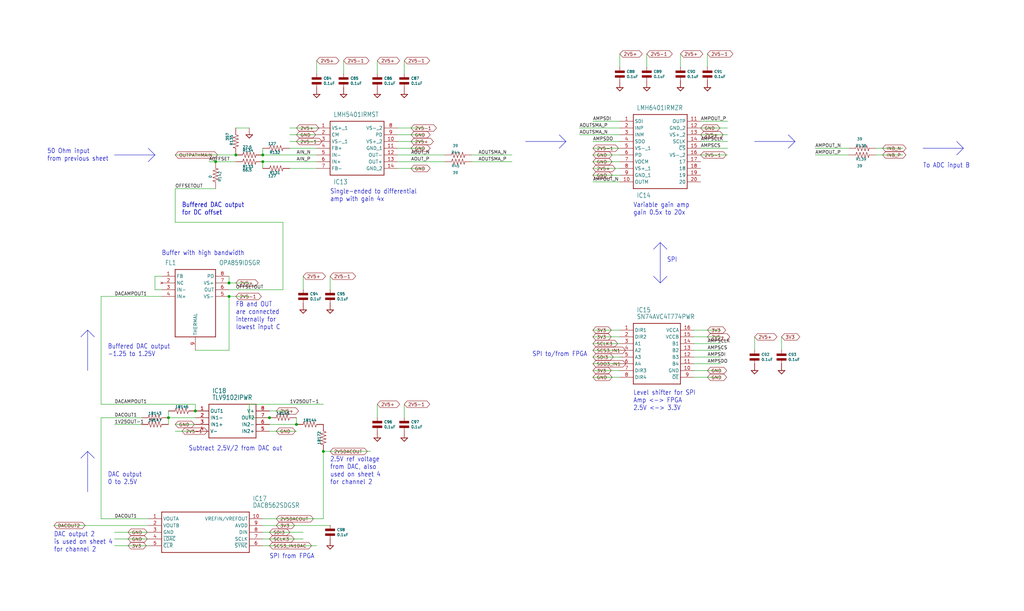
<source format=kicad_sch>
(kicad_sch (version 20250114) (generator "eeschema") (generator_version "9.0")
  (paper "User" 386.055 230.327)
  (lib_symbols
    (symbol "haasoscope_pro_adc_fpga_board-eagle-import:CAPACITOR_NP_0402"
      (property "Reference" "C" (at 2.54 1.524 0))
      (symbol "CAPACITOR_NP_0402_1_0"
        (rectangle (start -1.778 0.508) (end 1.778 1.27) (fill (type outline)))
        (rectangle (start -1.778 -1.27) (end 1.778 -0.508) (fill (type outline)))
        (polyline (pts (xy 0 2.54) (xy 0 1.016)) (stroke (width 0.1524)))
        (polyline (pts (xy 0 -2.54) (xy 0 -1.016)) (stroke (width 0.1524)))
        (pin passive line (at 0 2.54 270) (length 0) (name "P$1") (number "P$1"))
        (pin passive line (at 0 -2.54 90) (length 0) (name "P$2") (number "P$2"))
      )
    )
    (symbol "haasoscope_pro_adc_fpga_board-eagle-import:DAC8562SDGSR"
      (property "Reference" "IC" (at 39.37 7.62 0))
      (symbol "DAC8562SDGSR_1_0"
        (polyline (pts (xy 5.08 2.54) (xy 5.08 -12.7)) (stroke (width 0.254)))
        (polyline (pts (xy 5.08 2.54) (xy 38.1 2.54)) (stroke (width 0.254)))
        (polyline (pts (xy 38.1 -12.7) (xy 5.08 -12.7)) (stroke (width 0.254)))
        (polyline (pts (xy 38.1 -12.7) (xy 38.1 2.54)) (stroke (width 0.254)))
        (pin bidirectional line (at 0 0 0) (length 5.08) (name "VOUTA") (number "1"))
        (pin bidirectional line (at 0 -2.54 0) (length 5.08) (name "VOUTB") (number "2"))
        (pin bidirectional line (at 0 -5.08 0) (length 5.08) (name "GND") (number "3"))
        (pin bidirectional line (at 0 -7.62 0) (length 5.08) (name "~{LDAC}") (number "4"))
        (pin bidirectional line (at 0 -10.16 0) (length 5.08) (name "~{CLR}") (number "5"))
        (pin bidirectional line (at 43.18 0 180) (length 5.08) (name "VREFIN/VREFOUT") (number "10"))
        (pin bidirectional line (at 43.18 -2.54 180) (length 5.08) (name "AVDD") (number "9"))
        (pin bidirectional line (at 43.18 -5.08 180) (length 5.08) (name "DIN") (number "8"))
        (pin bidirectional line (at 43.18 -7.62 180) (length 5.08) (name "SCLK") (number "7"))
        (pin bidirectional line (at 43.18 -10.16 180) (length 5.08) (name "~{SYNC}") (number "6"))
      )
    )
    (symbol "haasoscope_pro_adc_fpga_board-eagle-import:LMH5401IRMST"
      (property "Reference" "IC" (at 26.67 7.62 0))
      (symbol "LMH5401IRMST_1_0"
        (polyline (pts (xy 5.08 2.54) (xy 5.08 -17.78)) (stroke (width 0.254)))
        (polyline (pts (xy 5.08 2.54) (xy 25.4 2.54)) (stroke (width 0.254)))
        (polyline (pts (xy 25.4 -17.78) (xy 5.08 -17.78)) (stroke (width 0.254)))
        (polyline (pts (xy 25.4 -17.78) (xy 25.4 2.54)) (stroke (width 0.254)))
        (pin bidirectional line (at 0 0 0) (length 5.08) (name "VS+_1") (number "1"))
        (pin bidirectional line (at 0 -2.54 0) (length 5.08) (name "CM") (number "2"))
        (pin bidirectional line (at 0 -5.08 0) (length 5.08) (name "VS-_1") (number "3"))
        (pin bidirectional line (at 0 -7.62 0) (length 5.08) (name "FB+") (number "4"))
        (pin bidirectional line (at 0 -10.16 0) (length 5.08) (name "IN-") (number "5"))
        (pin bidirectional line (at 0 -12.7 0) (length 5.08) (name "IN+") (number "6"))
        (pin bidirectional line (at 0 -15.24 0) (length 5.08) (name "FB-") (number "7"))
        (pin bidirectional line (at 30.48 0 180) (length 5.08) (name "VS-_2") (number "8"))
        (pin bidirectional line (at 30.48 -2.54 180) (length 5.08) (name "PD") (number "9"))
        (pin bidirectional line (at 30.48 -5.08 180) (length 5.08) (name "VS+_2") (number "10"))
        (pin bidirectional line (at 30.48 -7.62 180) (length 5.08) (name "GND_1") (number "11"))
        (pin bidirectional line (at 30.48 -10.16 180) (length 5.08) (name "OUT-") (number "12"))
        (pin bidirectional line (at 30.48 -12.7 180) (length 5.08) (name "OUT+") (number "13"))
        (pin bidirectional line (at 30.48 -15.24 180) (length 5.08) (name "GND_2") (number "14"))
      )
    )
    (symbol "haasoscope_pro_adc_fpga_board-eagle-import:LMH6401IRMZR"
      (property "Reference" "IC" (at 26.67 7.62 0))
      (symbol "LMH6401IRMZR_1_0"
        (polyline (pts (xy 5.08 2.54) (xy 5.08 -25.4)) (stroke (width 0.254)))
        (polyline (pts (xy 5.08 2.54) (xy 25.4 2.54)) (stroke (width 0.254)))
        (polyline (pts (xy 25.4 -25.4) (xy 5.08 -25.4)) (stroke (width 0.254)))
        (polyline (pts (xy 25.4 -25.4) (xy 25.4 2.54)) (stroke (width 0.254)))
        (pin bidirectional line (at 0 0 0) (length 5.08) (name "SDI") (number "1"))
        (pin bidirectional line (at 0 -2.54 0) (length 5.08) (name "INP") (number "2"))
        (pin bidirectional line (at 0 -5.08 0) (length 5.08) (name "INM") (number "3"))
        (pin bidirectional line (at 0 -7.62 0) (length 5.08) (name "SDO") (number "4"))
        (pin bidirectional line (at 0 -10.16 0) (length 5.08) (name "VS-_1") (number "5"))
        (pin bidirectional line (at 0 -12.7 0) (length 5.08) (name "PD") (number "6"))
        (pin bidirectional line (at 0 -15.24 0) (length 5.08) (name "VOCM") (number "7"))
        (pin bidirectional line (at 0 -17.78 0) (length 5.08) (name "VS+_1") (number "8"))
        (pin bidirectional line (at 0 -20.32 0) (length 5.08) (name "GND_1") (number "9"))
        (pin bidirectional line (at 0 -22.86 0) (length 5.08) (name "OUTM") (number "10"))
        (pin bidirectional line (at 30.48 0 180) (length 5.08) (name "OUTP") (number "11"))
        (pin bidirectional line (at 30.48 -2.54 180) (length 5.08) (name "GND_2") (number "12"))
        (pin bidirectional line (at 30.48 -5.08 180) (length 5.08) (name "VS+_2") (number "13"))
        (pin bidirectional line (at 30.48 -7.62 180) (length 5.08) (name "SCLK") (number "14"))
        (pin bidirectional line (at 30.48 -10.16 180) (length 5.08) (name "~{CS}") (number "15"))
        (pin bidirectional line (at 30.48 -12.7 180) (length 5.08) (name "VS-_2") (number "16"))
        (pin bidirectional line (at 30.48 -15.24 180) (length 5.08) (name "17") (number "17"))
        (pin bidirectional line (at 30.48 -17.78 180) (length 5.08) (name "18") (number "18"))
        (pin bidirectional line (at 30.48 -20.32 180) (length 5.08) (name "19") (number "19"))
        (pin bidirectional line (at 30.48 -22.86 180) (length 5.08) (name "20") (number "20"))
      )
    )
    (symbol "haasoscope_pro_adc_fpga_board-eagle-import:MF_Passives_RESISTOR_0402"
      (property "Reference" "R" (at 2.54 1.524 0))
      (symbol "MF_Passives_RESISTOR_0402_1_0"
        (polyline (pts (xy -1.016 1.524) (xy 1.016 0.889)) (stroke (width 0.1524)))
        (polyline (pts (xy -1.016 0.254) (xy 1.016 -0.381)) (stroke (width 0.1524)))
        (polyline (pts (xy -1.016 -1.016) (xy 1.016 -1.651)) (stroke (width 0.1524)))
        (polyline (pts (xy -1.016 -2.286) (xy 0 -2.54)) (stroke (width 0.1524)))
        (polyline (pts (xy 0 2.54) (xy 1.016 2.159)) (stroke (width 0.1524)))
        (polyline (pts (xy 1.016 2.159) (xy -1.016 1.524)) (stroke (width 0.1524)))
        (polyline (pts (xy 1.016 0.889) (xy -1.016 0.254)) (stroke (width 0.1524)))
        (polyline (pts (xy 1.016 -0.381) (xy -1.016 -1.016)) (stroke (width 0.1524)))
        (polyline (pts (xy 1.016 -1.651) (xy -1.016 -2.286)) (stroke (width 0.1524)))
        (pin passive line (at 0 5.08 270) (length 2.54) (name "P$1") (number "P$1"))
        (pin passive line (at 0 -5.08 90) (length 2.54) (name "P$2") (number "P$2"))
      )
    )
    (symbol "haasoscope_pro_adc_fpga_board-eagle-import:OPA859IDSGR"
      (property "Reference" "FL" (at 21.59 7.62 0))
      (symbol "OPA859IDSGR_1_0"
        (polyline (pts (xy 5.08 2.54) (xy 5.08 -22.86)) (stroke (width 0.254)))
        (polyline (pts (xy 5.08 2.54) (xy 20.32 2.54)) (stroke (width 0.254)))
        (polyline (pts (xy 20.32 -22.86) (xy 5.08 -22.86)) (stroke (width 0.254)))
        (polyline (pts (xy 20.32 -22.86) (xy 20.32 2.54)) (stroke (width 0.254)))
        (pin input line (at 0 0 0) (length 5.08) (name "FB") (number "1"))
        (pin no_connect line (at 0 -2.54 0) (length 5.08) (name "NC") (number "2"))
        (pin input line (at 0 -5.08 0) (length 5.08) (name "IN-") (number "3"))
        (pin input line (at 0 -7.62 0) (length 5.08) (name "IN+") (number "4"))
        (pin bidirectional line (at 12.7 -27.94 90) (length 5.08) (name "THERMAL") (number "9"))
        (pin input line (at 25.4 0 180) (length 5.08) (name "PD") (number "8"))
        (pin power_in line (at 25.4 -2.54 180) (length 5.08) (name "VS+") (number "7"))
        (pin output line (at 25.4 -5.08 180) (length 5.08) (name "OUT") (number "6"))
        (pin power_in line (at 25.4 -7.62 180) (length 5.08) (name "VS-") (number "5"))
      )
    )
    (symbol "haasoscope_pro_adc_fpga_board-eagle-import:SN74AVC4T774PWR"
      (property "Reference" "IC" (at 24.13 7.62 0))
      (symbol "SN74AVC4T774PWR_1_0"
        (polyline (pts (xy 5.08 2.54) (xy 5.08 -20.32)) (stroke (width 0.254)))
        (polyline (pts (xy 5.08 2.54) (xy 22.86 2.54)) (stroke (width 0.254)))
        (polyline (pts (xy 22.86 -20.32) (xy 5.08 -20.32)) (stroke (width 0.254)))
        (polyline (pts (xy 22.86 -20.32) (xy 22.86 2.54)) (stroke (width 0.254)))
        (pin bidirectional line (at 0 0 0) (length 5.08) (name "DIR1") (number "1"))
        (pin bidirectional line (at 0 -2.54 0) (length 5.08) (name "DIR2") (number "2"))
        (pin bidirectional line (at 0 -5.08 0) (length 5.08) (name "A1") (number "3"))
        (pin bidirectional line (at 0 -7.62 0) (length 5.08) (name "A2") (number "4"))
        (pin bidirectional line (at 0 -10.16 0) (length 5.08) (name "A3") (number "5"))
        (pin bidirectional line (at 0 -12.7 0) (length 5.08) (name "A4") (number "6"))
        (pin bidirectional line (at 0 -15.24 0) (length 5.08) (name "DIR3") (number "7"))
        (pin bidirectional line (at 0 -17.78 0) (length 5.08) (name "DIR4") (number "8"))
        (pin bidirectional line (at 27.94 0 180) (length 5.08) (name "VCCA") (number "16"))
        (pin bidirectional line (at 27.94 -2.54 180) (length 5.08) (name "VCCB") (number "15"))
        (pin bidirectional line (at 27.94 -5.08 180) (length 5.08) (name "B1") (number "14"))
        (pin bidirectional line (at 27.94 -7.62 180) (length 5.08) (name "B2") (number "13"))
        (pin bidirectional line (at 27.94 -10.16 180) (length 5.08) (name "B3") (number "12"))
        (pin bidirectional line (at 27.94 -12.7 180) (length 5.08) (name "B4") (number "11"))
        (pin bidirectional line (at 27.94 -15.24 180) (length 5.08) (name "GND") (number "10"))
        (pin bidirectional line (at 27.94 -17.78 180) (length 5.08) (name "~{OE}") (number "9"))
      )
    )
    (symbol "haasoscope_pro_adc_fpga_board-eagle-import:TLV9102IPWR"
      (property "Reference" "IC" (at 24.13 7.62 0))
      (symbol "TLV9102IPWR_1_0"
        (polyline (pts (xy 5.08 2.54) (xy 5.08 -10.16)) (stroke (width 0.254)))
        (polyline (pts (xy 5.08 2.54) (xy 22.86 2.54)) (stroke (width 0.254)))
        (polyline (pts (xy 22.86 -10.16) (xy 5.08 -10.16)) (stroke (width 0.254)))
        (polyline (pts (xy 22.86 -10.16) (xy 22.86 2.54)) (stroke (width 0.254)))
        (pin bidirectional line (at 0 0 0) (length 5.08) (name "OUT1") (number "1"))
        (pin bidirectional line (at 0 -2.54 0) (length 5.08) (name "IN1-") (number "2"))
        (pin bidirectional line (at 0 -5.08 0) (length 5.08) (name "IN1+") (number "3"))
        (pin bidirectional line (at 0 -7.62 0) (length 5.08) (name "V-") (number "4"))
        (pin bidirectional line (at 27.94 0 180) (length 5.08) (name "V+") (number "8"))
        (pin bidirectional line (at 27.94 -2.54 180) (length 5.08) (name "OUT2") (number "7"))
        (pin bidirectional line (at 27.94 -5.08 180) (length 5.08) (name "IN2-") (number "6"))
        (pin bidirectional line (at 27.94 -7.62 180) (length 5.08) (name "IN2+") (number "5"))
      )
    )
    (symbol "haasoscope_pro_adc_fpga_board-eagle-import:supply2_GND" (power)
      (symbol "supply2_GND_1_0"
        (polyline (pts (xy -1.27 0) (xy 1.27 0)) (stroke (width 0.254)))
        (polyline (pts (xy 0 -1.27) (xy -1.27 0)) (stroke (width 0.254)))
        (polyline (pts (xy 1.27 0) (xy 0 -1.27)) (stroke (width 0.254)))
        (pin power_in line (at 0 2.54 270) (length 2.54) (name "GND") (number "1"))
      )
    )
  )
  (text "DAC output 2\nis used on sheet 4\nfor channel 2" (at 20.32 208.28 0) (effects (font (size 1.778 1.5113)) (justify left bottom)))
  (text "SPI from FPGA" (at 101.6 210.82 0) (effects (font (size 1.778 1.5113)) (justify left bottom)))
  (text "Buffered DAC output\nfor DC offset" (at 68.58 81.28 0) (effects (font (size 1.778 1.5113)) (justify left bottom)))
  (text "DAC output\n0 to 2.5V" (at 40.64 182.88 0) (effects (font (size 1.778 1.5113)) (justify left bottom)))
  (text "To ADC input B" (at 347.98 63.5 0) (effects (font (size 1.778 1.5113)) (justify left bottom)))
  (text "Buffered DAC output\nfor DC offset" (at 68.58 81.28 0) (effects (font (size 1.778 1.5113)) (justify left bottom)))
  (text "Level shifter for SPI\nAmp <-> FPGA\n2.5V <-> 3.3V" (at 238.76 154.94 0) (effects (font (size 1.778 1.5113)) (justify left bottom)))
  (text "SPI to/from FPGA" (at 200.66 134.62 0) (effects (font (size 1.778 1.5113)) (justify left bottom)))
  (text "FB and OUT\nare connected\ninternally for\nlowest input C" (at 88.9 124.46 0) (effects (font (size 1.778 1.5113)) (justify left bottom)))
  (text "Single-ended to differential\namp with gain 4x" (at 124.46 76.2 0) (effects (font (size 1.778 1.5113)) (justify left bottom)))
  (text "Buffered DAC output\n-1.25 to 1.25V" (at 40.64 134.62 0) (effects (font (size 1.778 1.5113)) (justify left bottom)))
  (text "Variable gain amp\ngain 0.5x to 20x" (at 238.76 81.28 0) (effects (font (size 1.778 1.5113)) (justify left bottom)))
  (text "SPI" (at 251.46 99.06 0) (effects (font (size 1.778 1.5113)) (justify left bottom)))
  (text "Subtract 2.5V/2 from DAC out" (at 71.12 170.18 0) (effects (font (size 1.778 1.5113)) (justify left bottom)))
  (text "50 Ohm input\nfrom previous sheet" (at 17.78 60.96 0) (effects (font (size 1.778 1.5113)) (justify left bottom)))
  (text "2.5V ref voltage\nfrom DAC, also\nused on sheet 4\nfor channel 2" (at 124.46 182.88 0) (effects (font (size 1.778 1.5113)) (justify left bottom)))
  (text "Buffer with high bandwidth" (at 60.96 96.52 0) (effects (font (size 1.778 1.5113)) (justify left bottom)))
  (junction (at 86.36 106.68))
  (junction (at 101.6 157.48))
  (junction (at 86.36 111.76))
  (junction (at 111.76 160.02))
  (junction (at 73.66 154.94))
  (junction (at 99.06 60.96))
  (junction (at 99.06 58.42))
  (junction (at 63.5 157.48))
  (junction (at 81.28 60.96))
  (junction (at 88.9 58.42))
  (junction (at 121.92 170.18))
  (wire (pts (xy 119.38 53.34) (xy 109.22 53.34)) (stroke (width 0.1524)))
  (wire (pts (xy 38.1 195.58) (xy 38.1 157.48)) (stroke (width 0.1524)))
  (wire (pts (xy 55.88 198.12) (xy 20.32 198.12)) (stroke (width 0.1524)))
  (wire (pts (xy 73.66 162.56) (xy 66.04 162.56)) (stroke (width 0.1524)))
  (wire (pts (xy 73.66 132.08) (xy 86.36 132.08)) (stroke (width 0.1524)))
  (polyline (pts (xy 33.02 185.42) (xy 33.02 170.18)) (stroke (width 0.1524) (type solid)))
  (polyline (pts (xy 30.48 127) (xy 33.02 124.46)) (stroke (width 0.1524) (type solid)))
  (polyline (pts (xy 363.22 55.88) (xy 360.68 58.42)) (stroke (width 0.1524) (type solid)))
  (polyline (pts (xy 248.92 106.68) (xy 248.92 91.44)) (stroke (width 0.1524) (type solid)))
  (wire (pts (xy 177.8 58.42) (xy 193.04 58.42)) (stroke (width 0.1524)))
  (wire (pts (xy 88.9 60.96) (xy 81.28 60.96)) (stroke (width 0.1524)))
  (wire (pts (xy 101.6 157.48) (xy 93.98 157.48)) (stroke (width 0.1524)))
  (wire (pts (xy 266.7 25.4) (xy 266.7 20.32)) (stroke (width 0.1524)))
  (wire (pts (xy 58.42 104.14) (xy 58.42 109.22)) (stroke (width 0.1524)))
  (wire (pts (xy 261.62 124.46) (xy 271.78 124.46)) (stroke (width 0.1524)))
  (wire (pts (xy 233.68 45.72) (xy 223.52 45.72)) (stroke (width 0.1524)))
  (wire (pts (xy 149.86 58.42) (xy 167.64 58.42)) (stroke (width 0.1524)))
  (wire (pts (xy 73.66 157.48) (xy 63.5 157.48)) (stroke (width 0.1524)))
  (wire (pts (xy 101.6 160.02) (xy 111.76 160.02)) (stroke (width 0.1524)))
  (wire (pts (xy 111.76 157.48) (xy 111.76 160.02)) (stroke (width 0.1524)))
  (wire (pts (xy 261.62 132.08) (xy 271.78 132.08)) (stroke (width 0.1524)))
  (wire (pts (xy 81.28 71.12) (xy 66.04 71.12)) (stroke (width 0.1524)))
  (wire (pts (xy 274.32 50.8) (xy 264.16 50.8)) (stroke (width 0.1524)))
  (wire (pts (xy 86.36 104.14) (xy 86.36 106.68)) (stroke (width 0.1524)))
  (wire (pts (xy 218.44 50.8) (xy 233.68 50.8)) (stroke (width 0.1524)))
  (polyline (pts (xy 248.92 106.68) (xy 251.46 104.14)) (stroke (width 0.1524) (type solid)))
  (polyline (pts (xy 33.02 124.46) (xy 35.56 127)) (stroke (width 0.1524) (type solid)))
  (wire (pts (xy 274.32 45.72) (xy 264.16 45.72)) (stroke (width 0.1524)))
  (wire (pts (xy 60.96 104.14) (xy 58.42 104.14)) (stroke (width 0.1524)))
  (wire (pts (xy 99.06 205.74) (xy 119.38 205.74)) (stroke (width 0.1524)))
  (wire (pts (xy 119.38 58.42) (xy 99.06 58.42)) (stroke (width 0.1524)))
  (wire (pts (xy 149.86 50.8) (xy 160.02 50.8)) (stroke (width 0.1524)))
  (wire (pts (xy 233.68 127) (xy 223.52 127)) (stroke (width 0.1524)))
  (wire (pts (xy 73.66 154.94) (xy 73.66 152.4)) (stroke (width 0.1524)))
  (wire (pts (xy 142.24 157.48) (xy 142.24 152.4)) (stroke (width 0.1524)))
  (wire (pts (xy 63.5 154.94) (xy 63.5 157.48)) (stroke (width 0.1524)))
  (wire (pts (xy 243.84 25.4) (xy 243.84 20.32)) (stroke (width 0.1524)))
  (wire (pts (xy 101.6 154.94) (xy 109.22 154.94)) (stroke (width 0.1524)))
  (wire (pts (xy 149.86 63.5) (xy 160.02 63.5)) (stroke (width 0.1524)))
  (wire (pts (xy 233.68 63.5) (xy 223.52 63.5)) (stroke (width 0.1524)))
  (wire (pts (xy 233.68 66.04) (xy 223.52 66.04)) (stroke (width 0.1524)))
  (wire (pts (xy 101.6 162.56) (xy 111.76 162.56)) (stroke (width 0.1524)))
  (wire (pts (xy 223.52 137.16) (xy 233.68 137.16)) (stroke (width 0.1524)))
  (wire (pts (xy 99.06 198.12) (xy 124.46 198.12)) (stroke (width 0.1524)))
  (wire (pts (xy 294.64 132.08) (xy 294.64 127)) (stroke (width 0.1524)))
  (wire (pts (xy 274.32 48.26) (xy 264.16 48.26)) (stroke (width 0.1524)))
  (wire (pts (xy 93.98 111.76) (xy 86.36 111.76)) (stroke (width 0.1524)))
  (wire (pts (xy 60.96 111.76) (xy 38.1 111.76)) (stroke (width 0.1524)))
  (wire (pts (xy 88.9 58.42) (xy 66.04 58.42)) (stroke (width 0.1524)))
  (wire (pts (xy 119.38 55.88) (xy 109.22 55.88)) (stroke (width 0.1524)))
  (wire (pts (xy 152.4 157.48) (xy 152.4 152.4)) (stroke (width 0.1524)))
  (polyline (pts (xy 198.12 53.34) (xy 213.36 53.34)) (stroke (width 0.1524) (type solid)))
  (wire (pts (xy 93.98 157.48) (xy 93.98 152.4)) (stroke (width 0.1524)))
  (wire (pts (xy 99.06 203.2) (xy 114.3 203.2)) (stroke (width 0.1524)))
  (polyline (pts (xy 33.02 139.7) (xy 33.02 124.46)) (stroke (width 0.1524) (type solid)))
  (wire (pts (xy 66.04 83.82) (xy 66.04 71.12)) (stroke (width 0.1524)))
  (wire (pts (xy 177.8 60.96) (xy 193.04 60.96)) (stroke (width 0.1524)))
  (wire (pts (xy 330.2 58.42) (xy 340.36 58.42)) (stroke (width 0.1524)))
  (wire (pts (xy 119.38 50.8) (xy 109.22 50.8)) (stroke (width 0.1524)))
  (wire (pts (xy 55.88 200.66) (xy 43.18 200.66)) (stroke (width 0.1524)))
  (wire (pts (xy 233.68 129.54) (xy 223.52 129.54)) (stroke (width 0.1524)))
  (wire (pts (xy 93.98 48.26) (xy 88.9 48.26)) (stroke (width 0.1524)))
  (wire (pts (xy 149.86 53.34) (xy 160.02 53.34)) (stroke (width 0.1524)))
  (polyline (pts (xy 43.18 58.42) (xy 58.42 58.42)) (stroke (width 0.1524) (type solid)))
  (wire (pts (xy 86.36 109.22) (xy 106.68 109.22)) (stroke (width 0.1524)))
  (polyline (pts (xy 58.42 58.42) (xy 55.88 60.96)) (stroke (width 0.1524) (type solid)))
  (polyline (pts (xy 210.82 50.8) (xy 213.36 53.34)) (stroke (width 0.1524) (type solid)))
  (wire (pts (xy 99.06 60.96) (xy 99.06 63.5)) (stroke (width 0.1524)))
  (wire (pts (xy 119.38 48.26) (xy 109.22 48.26)) (stroke (width 0.1524)))
  (wire (pts (xy 106.68 109.22) (xy 106.68 83.82)) (stroke (width 0.1524)))
  (wire (pts (xy 106.68 83.82) (xy 66.04 83.82)) (stroke (width 0.1524)))
  (wire (pts (xy 149.86 55.88) (xy 160.02 55.88)) (stroke (width 0.1524)))
  (wire (pts (xy 121.92 195.58) (xy 121.92 170.18)) (stroke (width 0.1524)))
  (wire (pts (xy 256.54 25.4) (xy 256.54 20.32)) (stroke (width 0.1524)))
  (wire (pts (xy 93.98 152.4) (xy 121.92 152.4)) (stroke (width 0.1524)))
  (wire (pts (xy 261.62 127) (xy 271.78 127)) (stroke (width 0.1524)))
  (wire (pts (xy 63.5 157.48) (xy 63.5 160.02)) (stroke (width 0.1524)))
  (polyline (pts (xy 213.36 53.34) (xy 210.82 55.88)) (stroke (width 0.1524) (type solid)))
  (wire (pts (xy 233.68 68.58) (xy 223.52 68.58)) (stroke (width 0.1524)))
  (wire (pts (xy 124.46 109.22) (xy 124.46 104.14)) (stroke (width 0.1524)))
  (wire (pts (xy 99.06 200.66) (xy 114.3 200.66)) (stroke (width 0.1524)))
  (wire (pts (xy 55.88 195.58) (xy 38.1 195.58)) (stroke (width 0.1524)))
  (wire (pts (xy 233.68 142.24) (xy 223.52 142.24)) (stroke (width 0.1524)))
  (polyline (pts (xy 30.48 172.72) (xy 33.02 170.18)) (stroke (width 0.1524) (type solid)))
  (wire (pts (xy 233.68 134.62) (xy 223.52 134.62)) (stroke (width 0.1524)))
  (wire (pts (xy 149.86 60.96) (xy 167.64 60.96)) (stroke (width 0.1524)))
  (wire (pts (xy 233.68 58.42) (xy 223.52 58.42)) (stroke (width 0.1524)))
  (wire (pts (xy 264.16 58.42) (xy 274.32 58.42)) (stroke (width 0.1524)))
  (wire (pts (xy 86.36 132.08) (xy 86.36 111.76)) (stroke (width 0.1524)))
  (wire (pts (xy 233.68 53.34) (xy 223.52 53.34)) (stroke (width 0.1524)))
  (wire (pts (xy 99.06 195.58) (xy 121.92 195.58)) (stroke (width 0.1524)))
  (wire (pts (xy 73.66 160.02) (xy 66.04 160.02)) (stroke (width 0.1524)))
  (wire (pts (xy 38.1 152.4) (xy 38.1 111.76)) (stroke (width 0.1524)))
  (wire (pts (xy 119.38 27.94) (xy 119.38 22.86)) (stroke (width 0.1524)))
  (wire (pts (xy 284.48 132.08) (xy 284.48 127)) (stroke (width 0.1524)))
  (polyline (pts (xy 248.92 91.44) (xy 251.46 93.98)) (stroke (width 0.1524) (type solid)))
  (wire (pts (xy 121.92 170.18) (xy 139.7 170.18)) (stroke (width 0.1524)))
  (wire (pts (xy 274.32 53.34) (xy 264.16 53.34)) (stroke (width 0.1524)))
  (wire (pts (xy 73.66 152.4) (xy 38.1 152.4)) (stroke (width 0.1524)))
  (wire (pts (xy 99.06 58.42) (xy 99.06 55.88)) (stroke (width 0.1524)))
  (polyline (pts (xy 284.48 53.34) (xy 299.72 53.34)) (stroke (width 0.1524) (type solid)))
  (wire (pts (xy 114.3 109.22) (xy 114.3 104.14)) (stroke (width 0.1524)))
  (wire (pts (xy 119.38 60.96) (xy 99.06 60.96)) (stroke (width 0.1524)))
  (wire (pts (xy 320.04 58.42) (xy 307.34 58.42)) (stroke (width 0.1524)))
  (wire (pts (xy 233.68 55.88) (xy 223.52 55.88)) (stroke (width 0.1524)))
  (wire (pts (xy 233.68 48.26) (xy 218.44 48.26)) (stroke (width 0.1524)))
  (polyline (pts (xy 297.18 50.8) (xy 299.72 53.34)) (stroke (width 0.1524) (type solid)))
  (wire (pts (xy 58.42 109.22) (xy 60.96 109.22)) (stroke (width 0.1524)))
  (wire (pts (xy 274.32 55.88) (xy 264.16 55.88)) (stroke (width 0.1524)))
  (wire (pts (xy 149.86 48.26) (xy 160.02 48.26)) (stroke (width 0.1524)))
  (polyline (pts (xy 55.88 55.88) (xy 58.42 58.42)) (stroke (width 0.1524) (type solid)))
  (wire (pts (xy 320.04 55.88) (xy 307.34 55.88)) (stroke (width 0.1524)))
  (wire (pts (xy 261.62 137.16) (xy 271.78 137.16)) (stroke (width 0.1524)))
  (wire (pts (xy 261.62 129.54) (xy 271.78 129.54)) (stroke (width 0.1524)))
  (wire (pts (xy 152.4 27.94) (xy 152.4 22.86)) (stroke (width 0.1524)))
  (wire (pts (xy 233.68 25.4) (xy 233.68 20.32)) (stroke (width 0.1524)))
  (wire (pts (xy 119.38 63.5) (xy 109.22 63.5)) (stroke (width 0.1524)))
  (wire (pts (xy 129.54 27.94) (xy 129.54 22.86)) (stroke (width 0.1524)))
  (wire (pts (xy 261.62 134.62) (xy 271.78 134.62)) (stroke (width 0.1524)))
  (polyline (pts (xy 299.72 53.34) (xy 297.18 55.88)) (stroke (width 0.1524) (type solid)))
  (wire (pts (xy 142.24 27.94) (xy 142.24 22.86)) (stroke (width 0.1524)))
  (wire (pts (xy 233.68 124.46) (xy 223.52 124.46)) (stroke (width 0.1524)))
  (wire (pts (xy 233.68 60.96) (xy 223.52 60.96)) (stroke (width 0.1524)))
  (wire (pts (xy 55.88 203.2) (xy 43.18 203.2)) (stroke (width 0.1524)))
  (wire (pts (xy 81.28 60.96) (xy 78.74 60.96)) (stroke (width 0.1524)))
  (wire (pts (xy 261.62 139.7) (xy 271.78 139.7)) (stroke (width 0.1524)))
  (wire (pts (xy 330.2 55.88) (xy 340.36 55.88)) (stroke (width 0.1524)))
  (polyline (pts (xy 347.98 55.88) (xy 363.22 55.88)) (stroke (width 0.1524) (type solid)))
  (wire (pts (xy 55.88 205.74) (xy 43.18 205.74)) (stroke (width 0.1524)))
  (wire (pts (xy 53.34 160.02) (xy 43.18 160.02)) (stroke (width 0.1524)))
  (wire (pts (xy 86.36 106.68) (xy 93.98 106.68)) (stroke (width 0.1524)))
  (polyline (pts (xy 246.38 93.98) (xy 248.92 91.44)) (stroke (width 0.1524) (type solid)))
  (wire (pts (xy 53.34 157.48) (xy 38.1 157.48)) (stroke (width 0.1524)))
  (wire (pts (xy 223.52 132.08) (xy 233.68 132.08)) (stroke (width 0.1524)))
  (wire (pts (xy 261.62 142.24) (xy 271.78 142.24)) (stroke (width 0.1524)))
  (wire (pts (xy 233.68 139.7) (xy 223.52 139.7)) (stroke (width 0.1524)))
  (polyline (pts (xy 33.02 170.18) (xy 35.56 172.72)) (stroke (width 0.1524) (type solid)))
  (polyline (pts (xy 360.68 53.34) (xy 363.22 55.88)) (stroke (width 0.1524) (type solid)))
  (polyline (pts (xy 246.38 104.14) (xy 248.92 106.68)) (stroke (width 0.1524) (type solid)))
  (label "AMPSDI" (at 223.52 45.72 0) (effects (font (size 1.2446 1.2446))))
  (label "AOUTSMA_P" (at 218.44 48.26 0) (effects (font (size 1.2446 1.2446))))
  (label "AMPSDO" (at 266.7 137.16 0) (effects (font (size 1.2446 1.2446))))
  (label "AMPSCLK" (at 264.16 53.34 0) (effects (font (size 1.2446 1.2446))))
  (label "AMPOUT_P" (at 264.16 45.72 0) (effects (font (size 1.2446 1.2446))))
  (label "DACOUT1" (at 43.18 157.48 0) (effects (font (size 1.2446 1.2446))))
  (label "AMPSCLK" (at 266.7 129.54 0) (effects (font (size 1.2446 1.2446))))
  (label "AOFFSET" (at 78.74 60.96 0) (effects (font (size 1.2446 1.2446))))
  (label "AOUTSMA_N" (at 180.34 58.42 0) (effects (font (size 1.2446 1.2446))))
  (label "AIN_P" (at 111.76 60.96 0) (effects (font (size 1.2446 1.2446))))
  (label "DACAMPOUT1" (at 43.18 111.76 0) (effects (font (size 1.2446 1.2446))))
  (label "OFFSETOUT" (at 88.9 109.22 0) (effects (font (size 1.2446 1.2446))))
  (label "AOUT_P" (at 154.94 60.96 0) (effects (font (size 1.2446 1.2446))))
  (label "1V25OUT-1" (at 43.18 160.02 0) (effects (font (size 1.2446 1.2446))))
  (label "1V25OUT-1" (at 109.22 152.4 0) (effects (font (size 1.2446 1.2446))))
  (label "AIN_N" (at 111.76 58.42 0) (effects (font (size 1.2446 1.2446))))
  (label "AMPOUT_P" (at 307.34 58.42 0) (effects (font (size 1.2446 1.2446))))
  (label "AMPSCS" (at 264.16 55.88 0) (effects (font (size 1.2446 1.2446))))
  (label "AMPOUT_N" (at 307.34 55.88 0) (effects (font (size 1.2446 1.2446))))
  (label "AOUTSMA_P" (at 180.34 60.96 0) (effects (font (size 1.2446 1.2446))))
  (label "DACOUT1" (at 43.18 195.58 0) (effects (font (size 1.2446 1.2446))))
  (label "AOUT_N" (at 154.94 58.42 0) (effects (font (size 1.2446 1.2446))))
  (label "AMPSDI" (at 266.7 134.62 0) (effects (font (size 1.2446 1.2446))))
  (label "DACAMPOUT1" (at 43.18 152.4 0) (effects (font (size 1.2446 1.2446))))
  (label "AMPOUT_N" (at 223.52 68.58 0) (effects (font (size 1.2446 1.2446))))
  (label "AOUTSMA_N" (at 218.44 50.8 0) (effects (font (size 1.2446 1.2446))))
  (label "OFFSETOUT" (at 66.04 71.12 0) (effects (font (size 1.2446 1.2446))))
  (label "AMPSDO" (at 223.52 53.34 0) (effects (font (size 1.2446 1.2446))))
  (label "AMPSCS" (at 266.7 132.08 0) (effects (font (size 1.2446 1.2446))))
  (global_label "GND" (shape bidirectional) (at 223.52 66.04 0) (effects (font (size 1.2446 1.2446))) (property "Intersheetrefs" "${INTERSHEET_REFS}" (effects (hide yes))))
  (global_label "2V5-1" (shape bidirectional) (at 154.94 48.26 0) (effects (font (size 1.2446 1.2446))) (property "Intersheetrefs" "${INTERSHEET_REFS}" (effects (hide yes))))
  (global_label "3V3" (shape bidirectional) (at 223.52 127 0) (effects (font (size 1.2446 1.2446))) (property "Intersheetrefs" "${INTERSHEET_REFS}" (effects (hide yes))))
  (global_label "2V5-1" (shape bidirectional) (at 129.54 22.86 0) (effects (font (size 1.2446 1.2446))) (property "Intersheetrefs" "${INTERSHEET_REFS}" (effects (hide yes))))
  (global_label "2V5DACOUT" (shape bidirectional) (at 104.14 195.58 0) (effects (font (size 1.2446 1.2446))) (property "Intersheetrefs" "${INTERSHEET_REFS}" (effects (hide yes))))
  (global_label "GND" (shape bidirectional) (at 104.14 162.56 0) (effects (font (size 1.2446 1.2446))) (property "Intersheetrefs" "${INTERSHEET_REFS}" (effects (hide yes))))
  (global_label "GND" (shape bidirectional) (at 264.16 48.26 0) (effects (font (size 1.2446 1.2446))) (property "Intersheetrefs" "${INTERSHEET_REFS}" (effects (hide yes))))
  (global_label "3V3" (shape bidirectional) (at 104.14 198.12 0) (effects (font (size 1.2446 1.2446))) (property "Intersheetrefs" "${INTERSHEET_REFS}" (effects (hide yes))))
  (global_label "SDI3" (shape bidirectional) (at 101.6 200.66 0) (effects (font (size 1.2446 1.2446))) (property "Intersheetrefs" "${INTERSHEET_REFS}" (effects (hide yes))))
  (global_label "SCS3_IN1DAC" (shape bidirectional) (at 101.6 205.74 0) (effects (font (size 1.2446 1.2446))) (property "Intersheetrefs" "${INTERSHEET_REFS}" (effects (hide yes))))
  (global_label "INB_N" (shape bidirectional) (at 332.74 55.88 0) (effects (font (size 1.2446 1.2446))) (property "Intersheetrefs" "${INTERSHEET_REFS}" (effects (hide yes))))
  (global_label "DACOUT2" (shape bidirectional) (at 20.32 198.12 0) (effects (font (size 1.2446 1.2446))) (property "Intersheetrefs" "${INTERSHEET_REFS}" (effects (hide yes))))
  (global_label "2V5+" (shape bidirectional) (at 111.76 48.26 0) (effects (font (size 1.2446 1.2446))) (property "Intersheetrefs" "${INTERSHEET_REFS}" (effects (hide yes))))
  (global_label "3V3" (shape bidirectional) (at 48.26 205.74 0) (effects (font (size 1.2446 1.2446))) (property "Intersheetrefs" "${INTERSHEET_REFS}" (effects (hide yes))))
  (global_label "2V5DACOUT" (shape bidirectional) (at 124.46 170.18 0) (effects (font (size 1.2446 1.2446))) (property "Intersheetrefs" "${INTERSHEET_REFS}" (effects (hide yes))))
  (global_label "SDI3" (shape bidirectional) (at 223.52 134.62 0) (effects (font (size 1.2446 1.2446))) (property "Intersheetrefs" "${INTERSHEET_REFS}" (effects (hide yes))))
  (global_label "2V5-1" (shape bidirectional) (at 152.4 152.4 0) (effects (font (size 1.2446 1.2446))) (property "Intersheetrefs" "${INTERSHEET_REFS}" (effects (hide yes))))
  (global_label "GND" (shape bidirectional) (at 223.52 58.42 0) (effects (font (size 1.2446 1.2446))) (property "Intersheetrefs" "${INTERSHEET_REFS}" (effects (hide yes))))
  (global_label "2V5+" (shape bidirectional) (at 114.3 104.14 0) (effects (font (size 1.2446 1.2446))) (property "Intersheetrefs" "${INTERSHEET_REFS}" (effects (hide yes))))
  (global_label "GND" (shape bidirectional) (at 66.04 160.02 0) (effects (font (size 1.2446 1.2446))) (property "Intersheetrefs" "${INTERSHEET_REFS}" (effects (hide yes))))
  (global_label "GND" (shape bidirectional) (at 266.7 142.24 0) (effects (font (size 1.2446 1.2446))) (property "Intersheetrefs" "${INTERSHEET_REFS}" (effects (hide yes))))
  (global_label "2V5+" (shape bidirectional) (at 88.9 106.68 0) (effects (font (size 1.2446 1.2446))) (property "Intersheetrefs" "${INTERSHEET_REFS}" (effects (hide yes))))
  (global_label "SCLK3" (shape bidirectional) (at 101.6 203.2 0) (effects (font (size 1.2446 1.2446))) (property "Intersheetrefs" "${INTERSHEET_REFS}" (effects (hide yes))))
  (global_label "INB_P" (shape bidirectional) (at 332.74 58.42 0) (effects (font (size 1.2446 1.2446))) (property "Intersheetrefs" "${INTERSHEET_REFS}" (effects (hide yes))))
  (global_label "SCLK3" (shape bidirectional) (at 223.52 129.54 0) (effects (font (size 1.2446 1.2446))) (property "Intersheetrefs" "${INTERSHEET_REFS}" (effects (hide yes))))
  (global_label "3V3" (shape bidirectional) (at 223.52 124.46 0) (effects (font (size 1.2446 1.2446))) (property "Intersheetrefs" "${INTERSHEET_REFS}" (effects (hide yes))))
  (global_label "2V5+" (shape bidirectional) (at 223.52 63.5 0) (effects (font (size 1.2446 1.2446))) (property "Intersheetrefs" "${INTERSHEET_REFS}" (effects (hide yes))))
  (global_label "2V5+" (shape bidirectional) (at 233.68 20.32 0) (effects (font (size 1.2446 1.2446))) (property "Intersheetrefs" "${INTERSHEET_REFS}" (effects (hide yes))))
  (global_label "SDO3_IN1" (shape bidirectional) (at 223.52 137.16 0) (effects (font (size 1.2446 1.2446))) (property "Intersheetrefs" "${INTERSHEET_REFS}" (effects (hide yes))))
  (global_label "2V5+" (shape bidirectional) (at 264.16 50.8 0) (effects (font (size 1.2446 1.2446))) (property "Intersheetrefs" "${INTERSHEET_REFS}" (effects (hide yes))))
  (global_label "2V5-1" (shape bidirectional) (at 243.84 20.32 0) (effects (font (size 1.2446 1.2446))) (property "Intersheetrefs" "${INTERSHEET_REFS}" (effects (hide yes))))
  (global_label "2V5-1" (shape bidirectional) (at 264.16 58.42 0) (effects (font (size 1.2446 1.2446))) (property "Intersheetrefs" "${INTERSHEET_REFS}" (effects (hide yes))))
  (global_label "2V5-1" (shape bidirectional) (at 124.46 104.14 0) (effects (font (size 1.2446 1.2446))) (property "Intersheetrefs" "${INTERSHEET_REFS}" (effects (hide yes))))
  (global_label "2V5+" (shape bidirectional) (at 142.24 22.86 0) (effects (font (size 1.2446 1.2446))) (property "Intersheetrefs" "${INTERSHEET_REFS}" (effects (hide yes))))
  (global_label "2V5+" (shape bidirectional) (at 142.24 152.4 0) (effects (font (size 1.2446 1.2446))) (property "Intersheetrefs" "${INTERSHEET_REFS}" (effects (hide yes))))
  (global_label "2V5+" (shape bidirectional) (at 284.48 127 0) (effects (font (size 1.2446 1.2446))) (property "Intersheetrefs" "${INTERSHEET_REFS}" (effects (hide yes))))
  (global_label "GND" (shape bidirectional) (at 223.52 142.24 0) (effects (font (size 1.2446 1.2446))) (property "Intersheetrefs" "${INTERSHEET_REFS}" (effects (hide yes))))
  (global_label "2V5-1" (shape bidirectional) (at 68.58 162.56 0) (effects (font (size 1.2446 1.2446))) (property "Intersheetrefs" "${INTERSHEET_REFS}" (effects (hide yes))))
  (global_label "2V5+" (shape bidirectional) (at 154.94 53.34 0) (effects (font (size 1.2446 1.2446))) (property "Intersheetrefs" "${INTERSHEET_REFS}" (effects (hide yes))))
  (global_label "3V3" (shape bidirectional) (at 266.7 124.46 0) (effects (font (size 1.2446 1.2446))) (property "Intersheetrefs" "${INTERSHEET_REFS}" (effects (hide yes))))
  (global_label "GND" (shape bidirectional) (at 266.7 139.7 0) (effects (font (size 1.2446 1.2446))) (property "Intersheetrefs" "${INTERSHEET_REFS}" (effects (hide yes))))
  (global_label "GND" (shape bidirectional) (at 154.94 50.8 0) (effects (font (size 1.2446 1.2446))) (property "Intersheetrefs" "${INTERSHEET_REFS}" (effects (hide yes))))
  (global_label "2V5-1" (shape bidirectional) (at 152.4 22.86 0) (effects (font (size 1.2446 1.2446))) (property "Intersheetrefs" "${INTERSHEET_REFS}" (effects (hide yes))))
  (global_label "GND" (shape bidirectional) (at 223.52 60.96 0) (effects (font (size 1.2446 1.2446))) (property "Intersheetrefs" "${INTERSHEET_REFS}" (effects (hide yes))))
  (global_label "GND" (shape bidirectional) (at 111.76 50.8 0) (effects (font (size 1.2446 1.2446))) (property "Intersheetrefs" "${INTERSHEET_REFS}" (effects (hide yes))))
  (global_label "OUTPATHMAIN" (shape bidirectional) (at 66.04 58.42 0) (effects (font (size 1.2446 1.2446))) (property "Intersheetrefs" "${INTERSHEET_REFS}" (effects (hide yes))))
  (global_label "GND" (shape bidirectional) (at 48.26 203.2 0) (effects (font (size 1.2446 1.2446))) (property "Intersheetrefs" "${INTERSHEET_REFS}" (effects (hide yes))))
  (global_label "2V5-1" (shape bidirectional) (at 266.7 20.32 0) (effects (font (size 1.2446 1.2446))) (property "Intersheetrefs" "${INTERSHEET_REFS}" (effects (hide yes))))
  (global_label "2V5-1" (shape bidirectional) (at 111.76 53.34 0) (effects (font (size 1.2446 1.2446))) (property "Intersheetrefs" "${INTERSHEET_REFS}" (effects (hide yes))))
  (global_label "3V3" (shape bidirectional) (at 223.52 139.7 0) (effects (font (size 1.2446 1.2446))) (property "Intersheetrefs" "${INTERSHEET_REFS}" (effects (hide yes))))
  (global_label "GND" (shape bidirectional) (at 154.94 63.5 0) (effects (font (size 1.2446 1.2446))) (property "Intersheetrefs" "${INTERSHEET_REFS}" (effects (hide yes))))
  (global_label "2V5+" (shape bidirectional) (at 119.38 22.86 0) (effects (font (size 1.2446 1.2446))) (property "Intersheetrefs" "${INTERSHEET_REFS}" (effects (hide yes))))
  (global_label "2V5-1" (shape bidirectional) (at 223.52 55.88 0) (effects (font (size 1.2446 1.2446))) (property "Intersheetrefs" "${INTERSHEET_REFS}" (effects (hide yes))))
  (global_label "3V3" (shape bidirectional) (at 294.64 127 0) (effects (font (size 1.2446 1.2446))) (property "Intersheetrefs" "${INTERSHEET_REFS}" (effects (hide yes))))
  (global_label "2V5-1" (shape bidirectional) (at 88.9 111.76 0) (effects (font (size 1.2446 1.2446))) (property "Intersheetrefs" "${INTERSHEET_REFS}" (effects (hide yes))))
  (global_label "2V5+" (shape bidirectional) (at 256.54 20.32 0) (effects (font (size 1.2446 1.2446))) (property "Intersheetrefs" "${INTERSHEET_REFS}" (effects (hide yes))))
  (global_label "SCS3_IN1" (shape bidirectional) (at 223.52 132.08 0) (effects (font (size 1.2446 1.2446))) (property "Intersheetrefs" "${INTERSHEET_REFS}" (effects (hide yes))))
  (global_label "GND" (shape bidirectional) (at 48.26 200.66 0) (effects (font (size 1.2446 1.2446))) (property "Intersheetrefs" "${INTERSHEET_REFS}" (effects (hide yes))))
  (global_label "2V5+" (shape bidirectional) (at 104.14 154.94 0) (effects (font (size 1.2446 1.2446))) (property "Intersheetrefs" "${INTERSHEET_REFS}" (effects (hide yes))))
  (global_label "GND" (shape bidirectional) (at 154.94 55.88 0) (effects (font (size 1.2446 1.2446))) (property "Intersheetrefs" "${INTERSHEET_REFS}" (effects (hide yes))))
  (global_label "2V5+" (shape bidirectional) (at 266.7 127 0) (effects (font (size 1.2446 1.2446))) (property "Intersheetrefs" "${INTERSHEET_REFS}" (effects (hide yes))))
  (symbol (lib_id "haasoscope_pro_adc_fpga_board-eagle-import:supply2_GND") (at 142.24 35.56 0) (unit 1)
    (property "Reference" "#SUPPLY034" (effects (hide yes)))
    (property "Value" "GND" (effects (hide yes)))
  )
  (symbol (lib_id "haasoscope_pro_adc_fpga_board-eagle-import:supply2_GND") (at 124.46 116.84 0) (unit 1)
    (property "Reference" "#SUPPLY044" (effects (hide yes)))
    (property "Value" "GND" (effects (hide yes)))
  )
  (symbol (lib_id "haasoscope_pro_adc_fpga_board-eagle-import:MF_Passives_RESISTOR_0402") (at 93.98 60.96 90) (unit 1)
    (property "Reference" "R133" (at 91.44 62.23 90) (effects (font (size 1.016 1.016)) (justify right bottom)))
    (property "Value" "66.5" (at 94.996 63.5 90) (effects (font (size 1.016 1.016)) (justify left bottom)))
    (property "Footprint" "haasoscope_pro_adc_fpga_board:R0402" (effects (hide yes)))
  )
  (symbol (lib_id "haasoscope_pro_adc_fpga_board-eagle-import:CAPACITOR_NP_0402") (at 129.54 30.48 0) (unit 1)
    (property "Reference" "C85" (at 132.08 28.956 0) (effects (font (size 1.016 1.016)) (justify left top)))
    (property "Value" "0.1uF" (at 132.08 32.004 0) (effects (font (size 1.016 1.016)) (justify left bottom)))
    (property "Footprint" "haasoscope_pro_adc_fpga_board:C0402" (effects (hide yes)))
  )
  (symbol (lib_id "haasoscope_pro_adc_fpga_board-eagle-import:MF_Passives_RESISTOR_0402") (at 104.14 55.88 90) (unit 1)
    (property "Reference" "R132" (at 101.6 56.896 90) (effects (font (size 1.016 1.016)) (justify right bottom)))
    (property "Value" "127" (at 104.14 53.594 90) (effects (font (size 1.016 1.016)) (justify left bottom)))
    (property "Footprint" "haasoscope_pro_adc_fpga_board:R0402" (effects (hide yes)))
  )
  (symbol (lib_id "haasoscope_pro_adc_fpga_board-eagle-import:CAPACITOR_NP_0402") (at 294.64 134.62 0) (unit 1)
    (property "Reference" "C93" (at 297.18 133.096 0) (effects (font (size 1.016 1.016)) (justify left top)))
    (property "Value" "0.1uF" (at 297.18 136.144 0) (effects (font (size 1.016 1.016)) (justify left bottom)))
    (property "Footprint" "haasoscope_pro_adc_fpga_board:C0402" (effects (hide yes)))
  )
  (symbol (lib_id "haasoscope_pro_adc_fpga_board-eagle-import:MF_Passives_RESISTOR_0402") (at 58.42 160.02 270) (unit 1)
    (property "Reference" "R147" (at 60.96 159.004 90) (effects (font (size 1.016 1.016)) (justify right bottom)))
    (property "Value" "1k" (at 55.88 159.004 90) (effects (font (size 1.016 1.016)) (justify left bottom)))
    (property "Footprint" "haasoscope_pro_adc_fpga_board:R0402" (effects (hide yes)))
  )
  (symbol (lib_id "haasoscope_pro_adc_fpga_board-eagle-import:CAPACITOR_NP_0402") (at 256.54 27.94 0) (unit 1)
    (property "Reference" "C90" (at 259.08 26.416 0) (effects (font (size 1.016 1.016)) (justify left top)))
    (property "Value" "0.1uF" (at 259.08 29.464 0) (effects (font (size 1.016 1.016)) (justify left bottom)))
    (property "Footprint" "haasoscope_pro_adc_fpga_board:C0402" (effects (hide yes)))
  )
  (symbol (lib_id "haasoscope_pro_adc_fpga_board-eagle-import:MF_Passives_RESISTOR_0402") (at 116.84 160.02 270) (unit 1)
    (property "Reference" "R144" (at 119.38 159.004 90) (effects (font (size 1.016 1.016)) (justify right bottom)))
    (property "Value" "1k" (at 114.3 159.004 90) (effects (font (size 1.016 1.016)) (justify left bottom)))
    (property "Footprint" "haasoscope_pro_adc_fpga_board:R0402" (effects (hide yes)))
  )
  (symbol (lib_id "haasoscope_pro_adc_fpga_board-eagle-import:CAPACITOR_NP_0402") (at 142.24 30.48 0) (unit 1)
    (property "Reference" "C86" (at 144.78 28.956 0) (effects (font (size 1.016 1.016)) (justify left top)))
    (property "Value" "0.1uF" (at 144.78 32.004 0) (effects (font (size 1.016 1.016)) (justify left bottom)))
    (property "Footprint" "haasoscope_pro_adc_fpga_board:C0402" (effects (hide yes)))
  )
  (symbol (lib_id "haasoscope_pro_adc_fpga_board-eagle-import:supply2_GND") (at 233.68 33.02 0) (unit 1)
    (property "Reference" "#SUPPLY036" (effects (hide yes)))
    (property "Value" "GND" (effects (hide yes)))
  )
  (symbol (lib_id "haasoscope_pro_adc_fpga_board-eagle-import:supply2_GND") (at 152.4 35.56 0) (unit 1)
    (property "Reference" "#SUPPLY033" (effects (hide yes)))
    (property "Value" "GND" (effects (hide yes)))
  )
  (symbol (lib_id "haasoscope_pro_adc_fpga_board-eagle-import:TLV9102IPWR") (at 73.66 154.94 0) (unit 1)
    (property "Reference" "IC18" (at 80.01 147.32 0) (effects (font (size 1.778 1.5113)) (justify left)))
    (property "Value" "TLV9102IPWR" (at 80.01 149.86 0) (effects (font (size 1.778 1.5113)) (justify left)))
    (property "Footprint" "haasoscope_pro_adc_fpga_board:SOP65P640X120-8N" (effects (hide yes)))
  )
  (symbol (lib_id "haasoscope_pro_adc_fpga_board-eagle-import:CAPACITOR_NP_0402") (at 124.46 111.76 0) (unit 1)
    (property "Reference" "C95" (at 127 110.236 0) (effects (font (size 1.016 1.016)) (justify left top)))
    (property "Value" "0.1uF" (at 127 113.284 0) (effects (font (size 1.016 1.016)) (justify left bottom)))
    (property "Footprint" "haasoscope_pro_adc_fpga_board:C0402" (effects (hide yes)))
  )
  (symbol (lib_id "haasoscope_pro_adc_fpga_board-eagle-import:supply2_GND") (at 119.38 35.56 0) (unit 1)
    (property "Reference" "#SUPPLY028" (effects (hide yes)))
    (property "Value" "GND" (effects (hide yes)))
  )
  (symbol (lib_id "haasoscope_pro_adc_fpga_board-eagle-import:supply2_GND") (at 256.54 33.02 0) (unit 1)
    (property "Reference" "#SUPPLY038" (effects (hide yes)))
    (property "Value" "GND" (effects (hide yes)))
  )
  (symbol (lib_id "haasoscope_pro_adc_fpga_board-eagle-import:supply2_GND") (at 284.48 139.7 0) (unit 1)
    (property "Reference" "#SUPPLY040" (effects (hide yes)))
    (property "Value" "GND" (effects (hide yes)))
  )
  (symbol (lib_id "haasoscope_pro_adc_fpga_board-eagle-import:MF_Passives_RESISTOR_0402") (at 88.9 53.34 0) (unit 1)
    (property "Reference" "R135" (at 87.884 50.8 90) (effects (font (size 1.016 1.016)) (justify right bottom)))
    (property "Value" "357" (at 86.36 53.086 90) (effects (font (size 1.016 1.016)) (justify left bottom)))
    (property "Footprint" "haasoscope_pro_adc_fpga_board:R0402" (effects (hide yes)))
  )
  (symbol (lib_id "haasoscope_pro_adc_fpga_board-eagle-import:MF_Passives_RESISTOR_0402") (at 172.72 60.96 90) (unit 1)
    (property "Reference" "R45" (at 170.18 61.976 90) (effects (font (size 1.016 1.016)) (justify right bottom)))
    (property "Value" "39" (at 172.72 64.516 90) (effects (font (size 1.016 1.016)) (justify left bottom)))
    (property "Footprint" "haasoscope_pro_adc_fpga_board:R0402" (effects (hide yes)))
  )
  (symbol (lib_id "haasoscope_pro_adc_fpga_board-eagle-import:MF_Passives_RESISTOR_0402") (at 58.42 157.48 270) (unit 1)
    (property "Reference" "R143" (at 60.96 156.464 90) (effects (font (size 1.016 1.016)) (justify right bottom)))
    (property "Value" "1k" (at 55.88 156.464 90) (effects (font (size 1.016 1.016)) (justify left bottom)))
    (property "Footprint" "haasoscope_pro_adc_fpga_board:R0402" (effects (hide yes)))
  )
  (symbol (lib_id "haasoscope_pro_adc_fpga_board-eagle-import:CAPACITOR_NP_0402") (at 243.84 27.94 0) (unit 1)
    (property "Reference" "C89" (at 246.38 26.416 0) (effects (font (size 1.016 1.016)) (justify left top)))
    (property "Value" "0.1uF" (at 246.38 29.464 0) (effects (font (size 1.016 1.016)) (justify left bottom)))
    (property "Footprint" "haasoscope_pro_adc_fpga_board:C0402" (effects (hide yes)))
  )
  (symbol (lib_id "haasoscope_pro_adc_fpga_board-eagle-import:supply2_GND") (at 266.7 33.02 0) (unit 1)
    (property "Reference" "#SUPPLY037" (effects (hide yes)))
    (property "Value" "GND" (effects (hide yes)))
  )
  (symbol (lib_id "haasoscope_pro_adc_fpga_board-eagle-import:supply2_GND") (at 294.64 139.7 0) (unit 1)
    (property "Reference" "#SUPPLY039" (effects (hide yes)))
    (property "Value" "GND" (effects (hide yes)))
  )
  (symbol (lib_id "haasoscope_pro_adc_fpga_board-eagle-import:supply2_GND") (at 93.98 50.8 0) (unit 1)
    (property "Reference" "#SUPPLY031" (effects (hide yes)))
    (property "Value" "GND" (effects (hide yes)))
  )
  (symbol (lib_id "haasoscope_pro_adc_fpga_board-eagle-import:MF_Passives_RESISTOR_0402") (at 172.72 58.42 90) (unit 1)
    (property "Reference" "R44" (at 170.18 56.896 90) (effects (font (size 1.016 1.016)) (justify right bottom)))
    (property "Value" "39" (at 172.72 54.356 90) (effects (font (size 1.016 1.016)) (justify left bottom)))
    (property "Footprint" "haasoscope_pro_adc_fpga_board:R0402" (effects (hide yes)))
  )
  (symbol (lib_id "haasoscope_pro_adc_fpga_board-eagle-import:MF_Passives_RESISTOR_0402") (at 93.98 58.42 90) (unit 1)
    (property "Reference" "R134" (at 91.44 56.134 90) (effects (font (size 1.016 1.016)) (justify right bottom)))
    (property "Value" "22.6" (at 94.996 54.864 90) (effects (font (size 1.016 1.016)) (justify left bottom)))
    (property "Footprint" "haasoscope_pro_adc_fpga_board:R0402" (effects (hide yes)))
  )
  (symbol (lib_id "haasoscope_pro_adc_fpga_board-eagle-import:LMH5401IRMST") (at 119.38 48.26 0) (unit 1)
    (property "Reference" "IC13" (at 125.73 68.58 0) (effects (font (size 1.778 1.5113)) (justify left)))
    (property "Value" "LMH5401IRMST" (at 125.73 43.18 0) (effects (font (size 1.778 1.5113)) (justify left)))
    (property "Footprint" "haasoscope_pro_adc_fpga_board:LMH5401IRMSR" (effects (hide yes)))
  )
  (symbol (lib_id "haasoscope_pro_adc_fpga_board-eagle-import:MF_Passives_RESISTOR_0402") (at 106.68 157.48 270) (unit 1)
    (property "Reference" "R145" (at 109.22 156.464 90) (effects (font (size 1.016 1.016)) (justify right bottom)))
    (property "Value" "1k" (at 104.14 156.464 90) (effects (font (size 1.016 1.016)) (justify left bottom)))
    (property "Footprint" "haasoscope_pro_adc_fpga_board:R0402" (effects (hide yes)))
  )
  (symbol (lib_id "haasoscope_pro_adc_fpga_board-eagle-import:MF_Passives_RESISTOR_0402") (at 325.12 58.42 90) (unit 1)
    (property "Reference" "R139" (at 322.58 59.436 90) (effects (font (size 1.016 1.016)) (justify right bottom)))
    (property "Value" "39" (at 325.12 61.976 90) (effects (font (size 1.016 1.016)) (justify left bottom)))
    (property "Footprint" "haasoscope_pro_adc_fpga_board:R0402" (effects (hide yes)))
  )
  (symbol (lib_id "haasoscope_pro_adc_fpga_board-eagle-import:CAPACITOR_NP_0402") (at 152.4 30.48 0) (unit 1)
    (property "Reference" "C87" (at 154.94 28.956 0) (effects (font (size 1.016 1.016)) (justify left top)))
    (property "Value" "0.1uF" (at 154.94 32.004 0) (effects (font (size 1.016 1.016)) (justify left bottom)))
    (property "Footprint" "haasoscope_pro_adc_fpga_board:C0402" (effects (hide yes)))
  )
  (symbol (lib_id "haasoscope_pro_adc_fpga_board-eagle-import:MF_Passives_RESISTOR_0402") (at 325.12 55.88 90) (unit 1)
    (property "Reference" "R138" (at 322.58 54.356 90) (effects (font (size 1.016 1.016)) (justify right bottom)))
    (property "Value" "39" (at 325.12 51.816 90) (effects (font (size 1.016 1.016)) (justify left bottom)))
    (property "Footprint" "haasoscope_pro_adc_fpga_board:R0402" (effects (hide yes)))
  )
  (symbol (lib_id "haasoscope_pro_adc_fpga_board-eagle-import:MF_Passives_RESISTOR_0402") (at 121.92 165.1 0) (unit 1)
    (property "Reference" "R172" (at 120.904 162.56 90) (effects (font (size 1.016 1.016)) (justify right bottom)))
    (property "Value" "1k" (at 120.904 167.64 90) (effects (font (size 1.016 1.016)) (justify left bottom)))
    (property "Footprint" "haasoscope_pro_adc_fpga_board:R0402" (effects (hide yes)))
  )
  (symbol (lib_id "haasoscope_pro_adc_fpga_board-eagle-import:MF_Passives_RESISTOR_0402") (at 104.14 63.5 90) (unit 1)
    (property "Reference" "R131" (at 101.6 64.516 90) (effects (font (size 1.016 1.016)) (justify right bottom)))
    (property "Value" "127" (at 104.14 65.786 90) (effects (font (size 1.016 1.016)) (justify left bottom)))
    (property "Footprint" "haasoscope_pro_adc_fpga_board:R0402" (effects (hide yes)))
  )
  (symbol (lib_id "haasoscope_pro_adc_fpga_board-eagle-import:LMH6401IRMZR") (at 233.68 45.72 0) (unit 1)
    (property "Reference" "IC14" (at 240.03 73.66 0) (effects (font (size 1.778 1.5113)) (justify left)))
    (property "Value" "LMH6401IRMZR" (at 240.03 40.64 0) (effects (font (size 1.778 1.5113)) (justify left)))
    (property "Footprint" "haasoscope_pro_adc_fpga_board:LMH6401IRMZR" (effects (hide yes)))
  )
  (symbol (lib_id "haasoscope_pro_adc_fpga_board-eagle-import:CAPACITOR_NP_0402") (at 142.24 160.02 0) (unit 1)
    (property "Reference" "C96" (at 144.78 158.496 0) (effects (font (size 1.016 1.016)) (justify left top)))
    (property "Value" "0.1uF" (at 144.78 161.544 0) (effects (font (size 1.016 1.016)) (justify left bottom)))
    (property "Footprint" "haasoscope_pro_adc_fpga_board:C0402" (effects (hide yes)))
  )
  (symbol (lib_id "haasoscope_pro_adc_fpga_board-eagle-import:MF_Passives_RESISTOR_0402") (at 68.58 154.94 270) (unit 1)
    (property "Reference" "R146" (at 71.12 153.924 90) (effects (font (size 1.016 1.016)) (justify right bottom)))
    (property "Value" "1k" (at 66.04 153.924 90) (effects (font (size 1.016 1.016)) (justify left bottom)))
    (property "Footprint" "haasoscope_pro_adc_fpga_board:R0402" (effects (hide yes)))
  )
  (symbol (lib_id "haasoscope_pro_adc_fpga_board-eagle-import:CAPACITOR_NP_0402") (at 284.48 134.62 0) (unit 1)
    (property "Reference" "C92" (at 287.02 133.096 0) (effects (font (size 1.016 1.016)) (justify left top)))
    (property "Value" "0.1uF" (at 287.02 136.144 0) (effects (font (size 1.016 1.016)) (justify left bottom)))
    (property "Footprint" "haasoscope_pro_adc_fpga_board:C0402" (effects (hide yes)))
  )
  (symbol (lib_id "haasoscope_pro_adc_fpga_board-eagle-import:supply2_GND") (at 114.3 116.84 0) (unit 1)
    (property "Reference" "#SUPPLY045" (effects (hide yes)))
    (property "Value" "GND" (effects (hide yes)))
  )
  (symbol (lib_id "haasoscope_pro_adc_fpga_board-eagle-import:SN74AVC4T774PWR") (at 233.68 124.46 0) (unit 1)
    (property "Reference" "IC15" (at 240.03 116.84 0) (effects (font (size 1.778 1.5113)) (justify left)))
    (property "Value" "SN74AVC4T774PWR" (at 240.03 119.38 0) (effects (font (size 1.778 1.5113)) (justify left)))
    (property "Footprint" "haasoscope_pro_adc_fpga_board:SOP65P640X120-16N" (effects (hide yes)))
  )
  (symbol (lib_id "haasoscope_pro_adc_fpga_board-eagle-import:CAPACITOR_NP_0402") (at 114.3 111.76 0) (unit 1)
    (property "Reference" "C94" (at 116.84 110.236 0) (effects (font (size 1.016 1.016)) (justify left top)))
    (property "Value" "0.1uF" (at 116.84 113.284 0) (effects (font (size 1.016 1.016)) (justify left bottom)))
    (property "Footprint" "haasoscope_pro_adc_fpga_board:C0402" (effects (hide yes)))
  )
  (symbol (lib_id "haasoscope_pro_adc_fpga_board-eagle-import:CAPACITOR_NP_0402") (at 266.7 27.94 0) (unit 1)
    (property "Reference" "C91" (at 269.24 26.416 0) (effects (font (size 1.016 1.016)) (justify left top)))
    (property "Value" "0.1uF" (at 269.24 29.464 0) (effects (font (size 1.016 1.016)) (justify left bottom)))
    (property "Footprint" "haasoscope_pro_adc_fpga_board:C0402" (effects (hide yes)))
  )
  (symbol (lib_id "haasoscope_pro_adc_fpga_board-eagle-import:DAC8562SDGSR") (at 55.88 195.58 0) (unit 1)
    (property "Reference" "IC17" (at 95.25 187.96 0) (effects (font (size 1.778 1.5113)) (justify left)))
    (property "Value" "DAC8562SDGSR" (at 95.25 190.5 0) (effects (font (size 1.778 1.5113)) (justify left)))
    (property "Footprint" "haasoscope_pro_adc_fpga_board:SOP50P490X110-10N" (effects (hide yes)))
  )
  (symbol (lib_id "haasoscope_pro_adc_fpga_board-eagle-import:supply2_GND") (at 142.24 165.1 0) (unit 1)
    (property "Reference" "#SUPPLY047" (effects (hide yes)))
    (property "Value" "GND" (effects (hide yes)))
  )
  (symbol (lib_id "haasoscope_pro_adc_fpga_board-eagle-import:CAPACITOR_NP_0402") (at 119.38 30.48 0) (unit 1)
    (property "Reference" "C84" (at 121.92 28.956 0) (effects (font (size 1.016 1.016)) (justify left top)))
    (property "Value" "0.1uF" (at 121.92 32.004 0) (effects (font (size 1.016 1.016)) (justify left bottom)))
    (property "Footprint" "haasoscope_pro_adc_fpga_board:C0402" (effects (hide yes)))
  )
  (symbol (lib_id "haasoscope_pro_adc_fpga_board-eagle-import:supply2_GND") (at 129.54 35.56 0) (unit 1)
    (property "Reference" "#SUPPLY027" (effects (hide yes)))
    (property "Value" "GND" (effects (hide yes)))
  )
  (symbol (lib_id "haasoscope_pro_adc_fpga_board-eagle-import:MF_Passives_RESISTOR_0402") (at 81.28 66.04 180) (unit 1)
    (property "Reference" "R142" (at 82.296 68.58 90) (effects (font (size 1.016 1.016)) (justify right bottom)))
    (property "Value" "0" (at 78.74 66.04 90) (effects (font (size 1.016 1.016)) (justify left bottom)))
    (property "Footprint" "haasoscope_pro_adc_fpga_board:R0402" (effects (hide yes)))
  )
  (symbol (lib_id "haasoscope_pro_adc_fpga_board-eagle-import:supply2_GND") (at 243.84 33.02 0) (unit 1)
    (property "Reference" "#SUPPLY035" (effects (hide yes)))
    (property "Value" "GND" (effects (hide yes)))
  )
  (symbol (lib_id "haasoscope_pro_adc_fpga_board-eagle-import:OPA859IDSGR") (at 60.96 104.14 0) (unit 1)
    (property "Reference" "FL1" (at 62.23 99.06 0) (effects (font (size 1.778 1.5113)) (justify left)))
    (property "Value" "OPA859IDSGR" (at 82.55 99.06 0) (effects (font (size 1.778 1.5113)) (justify left)))
    (property "Footprint" "haasoscope_pro_adc_fpga_board:SON50P200X200X80-9N" (effects (hide yes)))
  )
  (symbol (lib_id "haasoscope_pro_adc_fpga_board-eagle-import:CAPACITOR_NP_0402") (at 152.4 160.02 0) (unit 1)
    (property "Reference" "C97" (at 154.94 158.496 0) (effects (font (size 1.016 1.016)) (justify left top)))
    (property "Value" "0.1uF" (at 154.94 161.544 0) (effects (font (size 1.016 1.016)) (justify left bottom)))
    (property "Footprint" "haasoscope_pro_adc_fpga_board:C0402" (effects (hide yes)))
  )
  (symbol (lib_id "haasoscope_pro_adc_fpga_board-eagle-import:supply2_GND") (at 124.46 205.74 0) (unit 1)
    (property "Reference" "#SUPPLY048" (effects (hide yes)))
    (property "Value" "GND" (effects (hide yes)))
  )
  (symbol (lib_id "haasoscope_pro_adc_fpga_board-eagle-import:CAPACITOR_NP_0402") (at 233.68 27.94 0) (unit 1)
    (property "Reference" "C88" (at 236.22 26.416 0) (effects (font (size 1.016 1.016)) (justify left top)))
    (property "Value" "0.1uF" (at 236.22 29.464 0) (effects (font (size 1.016 1.016)) (justify left bottom)))
    (property "Footprint" "haasoscope_pro_adc_fpga_board:C0402" (effects (hide yes)))
  )
  (symbol (lib_id "haasoscope_pro_adc_fpga_board-eagle-import:supply2_GND") (at 152.4 165.1 0) (unit 1)
    (property "Reference" "#SUPPLY046" (effects (hide yes)))
    (property "Value" "GND" (effects (hide yes)))
  )
  (symbol (lib_id "haasoscope_pro_adc_fpga_board-eagle-import:CAPACITOR_NP_0402") (at 124.46 200.66 0) (unit 1)
    (property "Reference" "C98" (at 127 199.136 0) (effects (font (size 1.016 1.016)) (justify left top)))
    (property "Value" "0.1uF" (at 127 202.184 0) (effects (font (size 1.016 1.016)) (justify left bottom)))
    (property "Footprint" "haasoscope_pro_adc_fpga_board:C0402" (effects (hide yes)))
  )
)
</source>
